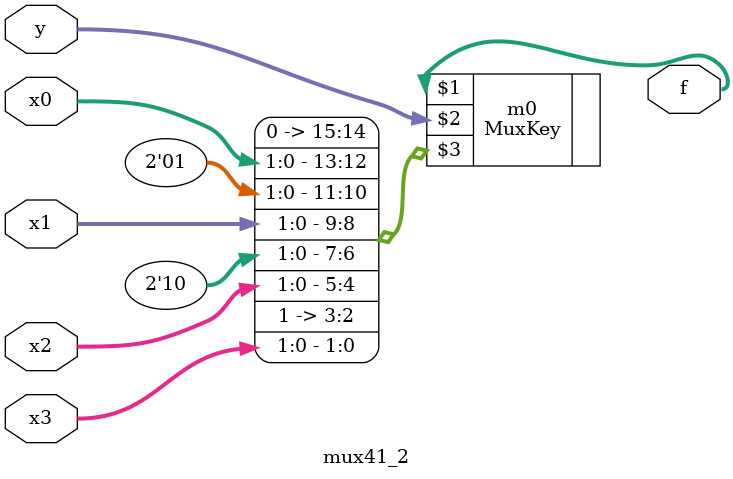
<source format=v>
module mux41_2(
	input wire [1:0] x0,
	input wire [1:0] x1,
	input wire [1:0] x2,
	input wire [1:0] x3,
	input wire [1:0] y,

	output wire [1:0] f
);
	MuxKey #(4,2,2) m0 (f,y,{
		2'b00 , x0,
		2'b01 , x1,
		2'b10 , x2,
		2'b11 , x3	//set the lut
	});

endmodule

</source>
